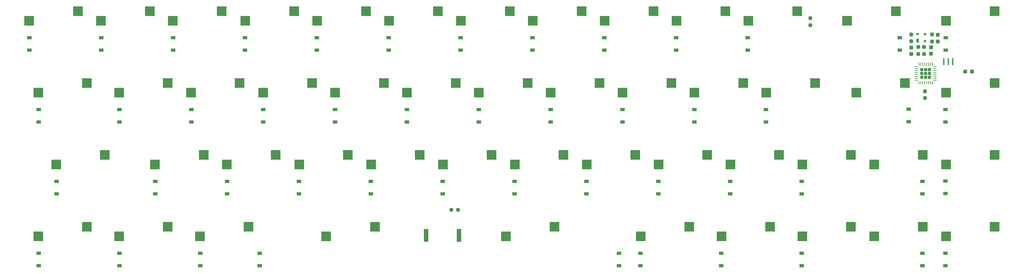
<source format=gbp>
G04 #@! TF.GenerationSoftware,KiCad,Pcbnew,(6.0.1)*
G04 #@! TF.CreationDate,2022-02-08T20:19:43+09:00*
G04 #@! TF.ProjectId,PCB_design_try,5043425f-6465-4736-9967-6e5f7472792e,rev?*
G04 #@! TF.SameCoordinates,Original*
G04 #@! TF.FileFunction,Paste,Bot*
G04 #@! TF.FilePolarity,Positive*
%FSLAX46Y46*%
G04 Gerber Fmt 4.6, Leading zero omitted, Abs format (unit mm)*
G04 Created by KiCad (PCBNEW (6.0.1)) date 2022-02-08 20:19:43*
%MOMM*%
%LPD*%
G01*
G04 APERTURE LIST*
G04 Aperture macros list*
%AMRoundRect*
0 Rectangle with rounded corners*
0 $1 Rounding radius*
0 $2 $3 $4 $5 $6 $7 $8 $9 X,Y pos of 4 corners*
0 Add a 4 corners polygon primitive as box body*
4,1,4,$2,$3,$4,$5,$6,$7,$8,$9,$2,$3,0*
0 Add four circle primitives for the rounded corners*
1,1,$1+$1,$2,$3*
1,1,$1+$1,$4,$5*
1,1,$1+$1,$6,$7*
1,1,$1+$1,$8,$9*
0 Add four rect primitives between the rounded corners*
20,1,$1+$1,$2,$3,$4,$5,0*
20,1,$1+$1,$4,$5,$6,$7,0*
20,1,$1+$1,$6,$7,$8,$9,0*
20,1,$1+$1,$8,$9,$2,$3,0*%
G04 Aperture macros list end*
%ADD10R,2.550000X2.500000*%
%ADD11R,0.400000X1.900000*%
%ADD12R,0.700000X1.000000*%
%ADD13R,0.700000X0.600000*%
%ADD14R,1.200000X0.900000*%
%ADD15RoundRect,0.237500X-0.237500X0.250000X-0.237500X-0.250000X0.237500X-0.250000X0.237500X0.250000X0*%
%ADD16RoundRect,0.237500X-0.237500X0.287500X-0.237500X-0.287500X0.237500X-0.287500X0.237500X0.287500X0*%
%ADD17RoundRect,0.237500X0.237500X-0.250000X0.237500X0.250000X-0.237500X0.250000X-0.237500X-0.250000X0*%
%ADD18RoundRect,0.237500X-0.237500X0.300000X-0.237500X-0.300000X0.237500X-0.300000X0.237500X0.300000X0*%
%ADD19RoundRect,0.207500X0.207500X0.207500X-0.207500X0.207500X-0.207500X-0.207500X0.207500X-0.207500X0*%
%ADD20RoundRect,0.062500X0.375000X0.062500X-0.375000X0.062500X-0.375000X-0.062500X0.375000X-0.062500X0*%
%ADD21RoundRect,0.062500X0.062500X0.375000X-0.062500X0.375000X-0.062500X-0.375000X0.062500X-0.375000X0*%
%ADD22RoundRect,0.237500X0.237500X-0.300000X0.237500X0.300000X-0.237500X0.300000X-0.237500X-0.300000X0*%
%ADD23R,1.300000X3.400000*%
%ADD24RoundRect,0.237500X-0.300000X-0.237500X0.300000X-0.237500X0.300000X0.237500X-0.300000X0.237500X0*%
%ADD25RoundRect,0.237500X-0.250000X-0.237500X0.250000X-0.237500X0.250000X0.237500X-0.250000X0.237500X0*%
G04 APERTURE END LIST*
D10*
X102590000Y-80768750D03*
X115517000Y-78228750D03*
D11*
X267483750Y-34473750D03*
X266283750Y-34473750D03*
X268683750Y-34473750D03*
D10*
X150215000Y-80768750D03*
X163142000Y-78228750D03*
X138308750Y-23618750D03*
X151235750Y-21078750D03*
X247846250Y-80803750D03*
X260773250Y-78263750D03*
X247846250Y-61718750D03*
X260773250Y-59178750D03*
X256010750Y-40128750D03*
X243083750Y-42668750D03*
X240702500Y-23618750D03*
X253629500Y-21078750D03*
X219271250Y-42668750D03*
X232198250Y-40128750D03*
X207365000Y-80768750D03*
X220292000Y-78228750D03*
X181171250Y-42668750D03*
X194098250Y-40128750D03*
X157358750Y-23618750D03*
X170285750Y-21078750D03*
X100208750Y-23618750D03*
X113135750Y-21078750D03*
X81158750Y-23618750D03*
X94085750Y-21078750D03*
X69115000Y-80803750D03*
X82042000Y-78263750D03*
X42921250Y-23653750D03*
X55848250Y-21113750D03*
D12*
X259350000Y-28837500D03*
D13*
X259350000Y-27137500D03*
X261350000Y-27137500D03*
X261350000Y-29037500D03*
D10*
X39179500Y-40163750D03*
X26252500Y-42703750D03*
X43942000Y-59213750D03*
X31015000Y-61753750D03*
X184573250Y-59178750D03*
X171646250Y-61718750D03*
X127423250Y-59178750D03*
X114496250Y-61718750D03*
X279823250Y-40163750D03*
X266896250Y-42703750D03*
X60610750Y-78263750D03*
X47683750Y-80803750D03*
X39179500Y-78263750D03*
X26252500Y-80803750D03*
X36798250Y-21113750D03*
X23871250Y-23653750D03*
X198860750Y-78228750D03*
X185933750Y-80768750D03*
X279823250Y-59178750D03*
X266896250Y-61718750D03*
X279823250Y-21113750D03*
X266896250Y-23653750D03*
X70135750Y-59213750D03*
X57208750Y-61753750D03*
X89185750Y-59213750D03*
X76258750Y-61753750D03*
X241723250Y-78228750D03*
X228796250Y-80768750D03*
X132185750Y-21078750D03*
X119258750Y-23618750D03*
X98848250Y-40128750D03*
X85921250Y-42668750D03*
X79660750Y-40163750D03*
X66733750Y-42703750D03*
X213148250Y-40128750D03*
X200221250Y-42668750D03*
X222673250Y-59178750D03*
X209746250Y-61718750D03*
X146473250Y-59178750D03*
X133546250Y-61718750D03*
X189335750Y-21078750D03*
X176408750Y-23618750D03*
X208385750Y-21078750D03*
X195458750Y-23618750D03*
X228796250Y-61718750D03*
X241723250Y-59178750D03*
X266896250Y-80803750D03*
X279823250Y-78263750D03*
X60610750Y-40163750D03*
X47683750Y-42703750D03*
X227435750Y-21078750D03*
X214508750Y-23618750D03*
X155998250Y-40128750D03*
X143071250Y-42668750D03*
X136948250Y-40128750D03*
X124021250Y-42668750D03*
X203623250Y-59178750D03*
X190696250Y-61718750D03*
X175048250Y-40128750D03*
X162121250Y-42668750D03*
X74898250Y-21113750D03*
X61971250Y-23653750D03*
X108373250Y-59178750D03*
X95446250Y-61718750D03*
X117898250Y-40128750D03*
X104971250Y-42668750D03*
X165523250Y-59178750D03*
X152596250Y-61718750D03*
D14*
X180181250Y-88580000D03*
X180181250Y-85280000D03*
X31100000Y-69530000D03*
X31100000Y-66230000D03*
X26337500Y-85280000D03*
X26337500Y-88580000D03*
X266763500Y-69436250D03*
X266763500Y-66136250D03*
X123968750Y-47180000D03*
X123968750Y-50480000D03*
X228663500Y-66230000D03*
X228663500Y-69530000D03*
X214344250Y-28130000D03*
X214344250Y-31430000D03*
X176356250Y-28130000D03*
X176356250Y-31430000D03*
X228663500Y-85280000D03*
X228663500Y-88580000D03*
D15*
X263221250Y-27286250D03*
X263221250Y-29111250D03*
D14*
X84931250Y-85280000D03*
X84931250Y-88580000D03*
D15*
X261316250Y-44116250D03*
X261316250Y-42291250D03*
D14*
X209693750Y-66230000D03*
X209693750Y-69530000D03*
X66818750Y-50480000D03*
X66818750Y-47180000D03*
D15*
X259561250Y-32421250D03*
X259561250Y-30596250D03*
D14*
X47768750Y-85280000D03*
X47768750Y-88580000D03*
X95393750Y-66230000D03*
X95393750Y-69530000D03*
X260635750Y-88580000D03*
X260635750Y-85280000D03*
D16*
X264741250Y-27343750D03*
X264741250Y-29093750D03*
D14*
X69200000Y-88580000D03*
X69200000Y-85280000D03*
X157306250Y-28130000D03*
X157306250Y-31430000D03*
X171593750Y-66230000D03*
X171593750Y-69530000D03*
D17*
X230936250Y-24786250D03*
X230936250Y-22961250D03*
D14*
X260635750Y-66198750D03*
X260635750Y-69498750D03*
X195406250Y-31430000D03*
X195406250Y-28130000D03*
X207312500Y-85280000D03*
X207312500Y-88580000D03*
X254631250Y-31368750D03*
X254631250Y-28068750D03*
X200168750Y-47180000D03*
X200168750Y-50480000D03*
D18*
X262926250Y-30641250D03*
X262926250Y-32366250D03*
D14*
X23956250Y-31430000D03*
X23956250Y-28130000D03*
X114443750Y-69530000D03*
X114443750Y-66230000D03*
X100156250Y-28130000D03*
X100156250Y-31430000D03*
X57293750Y-66230000D03*
X57293750Y-69530000D03*
X219138500Y-47180000D03*
X219138500Y-50480000D03*
X76343750Y-66230000D03*
X76343750Y-69530000D03*
X119206250Y-28130000D03*
X119206250Y-31430000D03*
X43006250Y-28130000D03*
X43006250Y-31430000D03*
X138256250Y-28130000D03*
X138256250Y-31430000D03*
X185881250Y-88580000D03*
X185881250Y-85280000D03*
X257051250Y-50408750D03*
X257051250Y-47108750D03*
D15*
X257681250Y-27226250D03*
X257681250Y-29051250D03*
D14*
X26337500Y-50480000D03*
X26337500Y-47180000D03*
X47768750Y-50480000D03*
X47768750Y-47180000D03*
D19*
X260481250Y-36548750D03*
X262541250Y-38608750D03*
X262541250Y-37578750D03*
X262541250Y-36548750D03*
X261511250Y-36548750D03*
X261511250Y-37578750D03*
X261511250Y-38608750D03*
X260481250Y-37578750D03*
X260481250Y-38608750D03*
D20*
X263948750Y-35828750D03*
X263948750Y-36328750D03*
X263948750Y-36828750D03*
X263948750Y-37328750D03*
X263948750Y-37828750D03*
X263948750Y-38328750D03*
X263948750Y-38828750D03*
X263948750Y-39328750D03*
D21*
X263261250Y-40016250D03*
X262761250Y-40016250D03*
X262261250Y-40016250D03*
X261761250Y-40016250D03*
X261261250Y-40016250D03*
X260761250Y-40016250D03*
X260261250Y-40016250D03*
X259761250Y-40016250D03*
D20*
X259073750Y-39328750D03*
X259073750Y-38828750D03*
X259073750Y-38328750D03*
X259073750Y-37828750D03*
X259073750Y-37328750D03*
X259073750Y-36828750D03*
X259073750Y-36328750D03*
X259073750Y-35828750D03*
D21*
X259761250Y-35141250D03*
X260261250Y-35141250D03*
X260761250Y-35141250D03*
X261261250Y-35141250D03*
X261761250Y-35141250D03*
X262261250Y-35141250D03*
X262761250Y-35141250D03*
X263261250Y-35141250D03*
D14*
X266843750Y-31430000D03*
X266843750Y-28130000D03*
X190643750Y-66230000D03*
X190643750Y-69530000D03*
X143018750Y-50480000D03*
X143018750Y-47180000D03*
D22*
X257666250Y-32416250D03*
X257666250Y-30691250D03*
D14*
X152543750Y-66230000D03*
X152543750Y-69530000D03*
D23*
X129105000Y-80487500D03*
X137805000Y-80487500D03*
D14*
X85868750Y-50480000D03*
X85868750Y-47180000D03*
X104918750Y-47180000D03*
X104918750Y-50480000D03*
D15*
X261081250Y-30566250D03*
X261081250Y-32391250D03*
D14*
X266731750Y-50480000D03*
X266731750Y-47180000D03*
X181118750Y-47180000D03*
X181118750Y-50480000D03*
D24*
X273758750Y-37113750D03*
X272033750Y-37113750D03*
D14*
X133493750Y-69530000D03*
X133493750Y-66230000D03*
X81106250Y-31430000D03*
X81106250Y-28130000D03*
D25*
X135750000Y-73783750D03*
X137575000Y-73783750D03*
D14*
X62056250Y-31430000D03*
X62056250Y-28130000D03*
X266731750Y-88580000D03*
X266731750Y-85280000D03*
X162068750Y-47180000D03*
X162068750Y-50480000D03*
M02*

</source>
